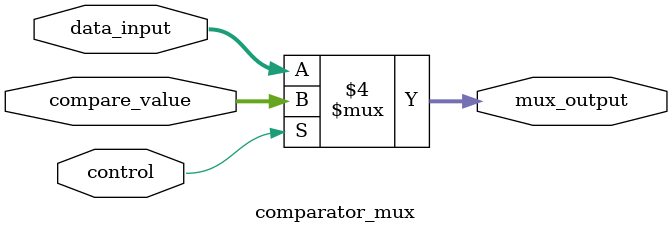
<source format=v>
module comparator_mux (
    input wire [3:0] data_input, // 4-bit input data
    input wire [3:0] compare_value, // 4-bit compare value
    input wire control, // Control signal to select between comparing and multiplexing
    output reg [3:0] mux_output // Output of the multiplexer
);

    wire [3:0] equal; // Equality check between data_input and compare_value

    // Equality check
    assign equal = (data_input == compare_value);

    // Multiplexer
    always @(*) begin
        if (control) // If control is high, output compare_value
            mux_output = compare_value;
        else // If control is low, output data_input
            mux_output = data_input;
    end

endmodule

</source>
